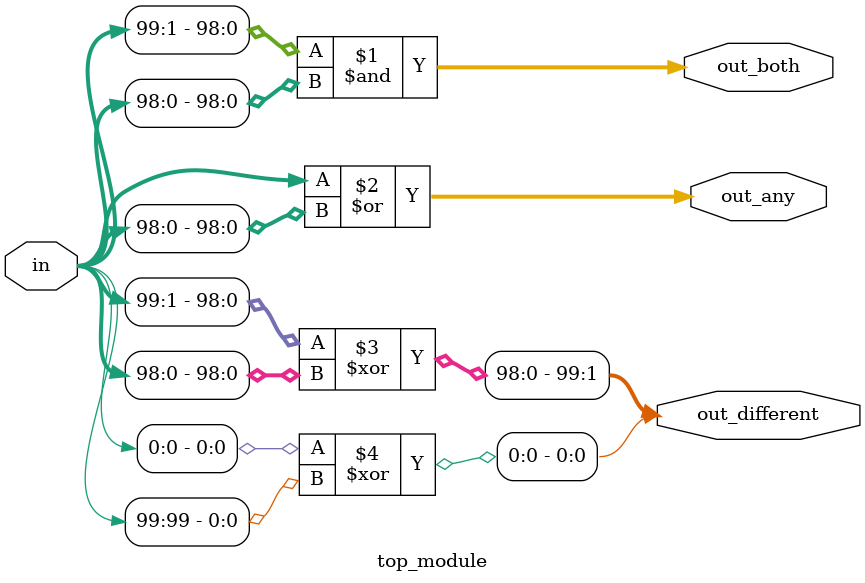
<source format=sv>
module top_module (
    input [99:0] in,
    output [98:0] out_both,
    output [99:0] out_any,
    output [99:0] out_different
);

    // Assign output signals
    assign out_both = in[99:1] & in[98:0];
    assign out_any = in[99:0] | in[98:0];
    assign out_different[99:1] = in[99:1] ^ in[98:0];
    assign out_different[0] = in[0] ^ in[99];

endmodule

</source>
